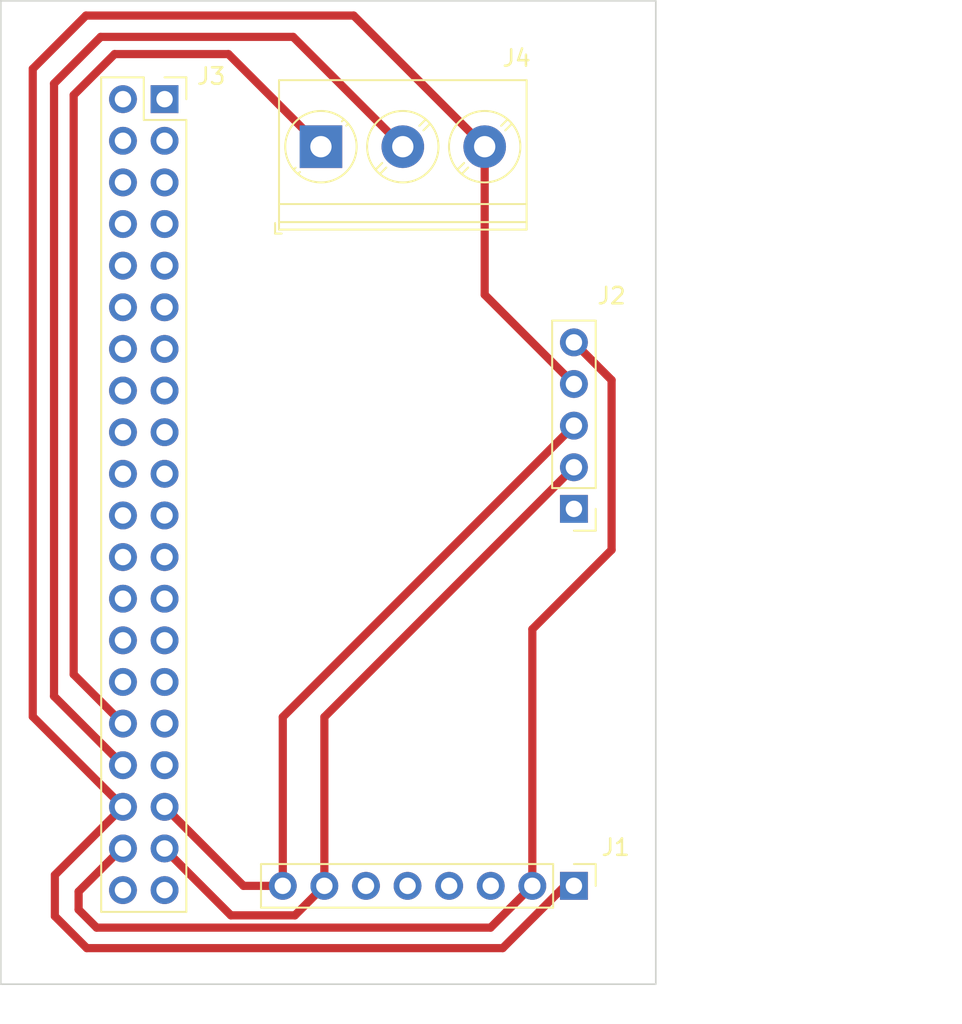
<source format=kicad_pcb>
(kicad_pcb (version 20211014) (generator pcbnew)
  (layers (0 "F.Cu" signal) (31 "B.Cu" signal) (34 "B.Paste" user) (35 "F.Paste" user) (36 "B.SilkS" user "B.Silkscreen") (37 "F.SilkS" user "F.Silkscreen") (38 "B.Mask" user) (39 "F.Mask" user) (44 "Edge.Cuts" user))
  (net 0 "")
  (net 1 "/GND")
  (net 2 "/VIN")
  (net 7 "/SDA")
  (net 8 "/SCL")
  (net 40 "/RX")
  (net 41 "/TX")
  (footprint "Connector_PinSocket_2.54mm:PinSocket_2x20_P2.54mm_Vertical" (layer "F.Cu") (at 160 75)
    (fp_text reference "J3" (at 2.85 -1.4) (layer "F.SilkS"))
    (fp_text value "Conn_02x20_Odd_Even")
    (fp_line (start 0 -1.33) (end 1.33 -1.33) (layer "F.SilkS") (width 0.12))
    (fp_line (start -1.27 -1.33) (end -1.27 1.27) (layer "F.SilkS") (width 0.12))
    (fp_line (start -1.27 1.27) (end 1.33 1.27) (layer "F.SilkS") (width 0.12))
    (fp_line (start -3.87 49.59) (end 1.33 49.59) (layer "F.SilkS") (width 0.12))
    (fp_line (start -3.87 -1.33) (end -1.27 -1.33) (layer "F.SilkS") (width 0.12))
    (fp_line (start 1.33 1.27) (end 1.33 49.59) (layer "F.SilkS") (width 0.12))
    (fp_line (start -3.87 -1.33) (end -3.87 49.59) (layer "F.SilkS") (width 0.12))
    (fp_line (start 1.33 -1.33) (end 1.33 0) (layer "F.SilkS") (width 0.12))
    (pad "1" thru_hole rect (at 0 0) (size 1.7 1.7) (drill 1) (layers *.Cu *.Mask))
    (pad "2" thru_hole oval (at -2.54 0) (size 1.7 1.7) (drill 1) (layers *.Cu *.Mask))
    (pad "3" thru_hole oval (at 0 2.54) (size 1.7 1.7) (drill 1) (layers *.Cu *.Mask))
    (pad "4" thru_hole oval (at -2.54 2.54) (size 1.7 1.7) (drill 1) (layers *.Cu *.Mask))
    (pad "5" thru_hole oval (at 0 5.08) (size 1.7 1.7) (drill 1) (layers *.Cu *.Mask))
    (pad "6" thru_hole oval (at -2.54 5.08) (size 1.7 1.7) (drill 1) (layers *.Cu *.Mask))
    (pad "7" thru_hole oval (at 0 7.62) (size 1.7 1.7) (drill 1) (layers *.Cu *.Mask))
    (pad "8" thru_hole oval (at -2.54 7.62) (size 1.7 1.7) (drill 1) (layers *.Cu *.Mask))
    (pad "9" thru_hole oval (at 0 10.16) (size 1.7 1.7) (drill 1) (layers *.Cu *.Mask))
    (pad "10" thru_hole oval (at -2.54 10.16) (size 1.7 1.7) (drill 1) (layers *.Cu *.Mask))
    (pad "11" thru_hole oval (at 0 12.7) (size 1.7 1.7) (drill 1) (layers *.Cu *.Mask))
    (pad "12" thru_hole oval (at -2.54 12.7) (size 1.7 1.7) (drill 1) (layers *.Cu *.Mask))
    (pad "13" thru_hole oval (at 0 15.24) (size 1.7 1.7) (drill 1) (layers *.Cu *.Mask))
    (pad "14" thru_hole oval (at -2.54 15.24) (size 1.7 1.7) (drill 1) (layers *.Cu *.Mask))
    (pad "15" thru_hole oval (at 0 17.78) (size 1.7 1.7) (drill 1) (layers *.Cu *.Mask))
    (pad "16" thru_hole oval (at -2.54 17.78) (size 1.7 1.7) (drill 1) (layers *.Cu *.Mask))
    (pad "17" thru_hole oval (at 0 20.32) (size 1.7 1.7) (drill 1) (layers *.Cu *.Mask))
    (pad "18" thru_hole oval (at -2.54 20.32) (size 1.7 1.7) (drill 1) (layers *.Cu *.Mask))
    (pad "19" thru_hole oval (at 0 22.86) (size 1.7 1.7) (drill 1) (layers *.Cu *.Mask))
    (pad "20" thru_hole oval (at -2.54 22.86) (size 1.7 1.7) (drill 1) (layers *.Cu *.Mask))
    (pad "21" thru_hole oval (at 0 25.4) (size 1.7 1.7) (drill 1) (layers *.Cu *.Mask))
    (pad "22" thru_hole oval (at -2.54 25.4) (size 1.7 1.7) (drill 1) (layers *.Cu *.Mask))
    (pad "23" thru_hole oval (at 0 27.94) (size 1.7 1.7) (drill 1) (layers *.Cu *.Mask))
    (pad "24" thru_hole oval (at -2.54 27.94) (size 1.7 1.7) (drill 1) (layers *.Cu *.Mask))
    (pad "25" thru_hole oval (at 0 30.48) (size 1.7 1.7) (drill 1) (layers *.Cu *.Mask))
    (pad "26" thru_hole oval (at -2.54 30.48) (size 1.7 1.7) (drill 1) (layers *.Cu *.Mask))
    (pad "27" thru_hole oval (at 0 33.02) (size 1.7 1.7) (drill 1) (layers *.Cu *.Mask))
    (pad "28" thru_hole oval (at -2.54 33.02) (size 1.7 1.7) (drill 1) (layers *.Cu *.Mask))
    (pad "29" thru_hole oval (at 0 35.56) (size 1.7 1.7) (drill 1) (layers *.Cu *.Mask))
    (pad "30" thru_hole oval (at -2.54 35.56) (size 1.7 1.7) (drill 1) (layers *.Cu *.Mask))
    (pad "31" thru_hole oval (at 0 38.1) (size 1.7 1.7) (drill 1) (layers *.Cu *.Mask))
    (pad "32" thru_hole oval (at -2.54 38.1) (size 1.7 1.7) (drill 1) (layers *.Cu *.Mask) (net 40 "/RX"))
    (pad "33" thru_hole oval (at 0 40.64) (size 1.7 1.7) (drill 1) (layers *.Cu *.Mask))
    (pad "34" thru_hole oval (at -2.54 40.64) (size 1.7 1.7) (drill 1) (layers *.Cu *.Mask) (net 41 "/TX"))
    (pad "35" thru_hole oval (at 0 43.18) (size 1.7 1.7) (drill 1) (layers *.Cu *.Mask) (net 8 "/SCL"))
    (pad "36" thru_hole oval (at -2.54 43.18) (size 1.7 1.7) (drill 1) (layers *.Cu *.Mask) (net 1 "/GND"))
    (pad "37" thru_hole oval (at 0 45.72) (size 1.7 1.7) (drill 1) (layers *.Cu *.Mask) (net 7 "/SDA"))
    (pad "38" thru_hole oval (at -2.54 45.72) (size 1.7 1.7) (drill 1) (layers *.Cu *.Mask) (net 2 "/VIN"))
    (pad "39" thru_hole oval (at 0 48.26) (size 1.7 1.7) (drill 1) (layers *.Cu *.Mask))
    (pad "40" thru_hole oval (at -2.54 48.26) (size 1.7 1.7) (drill 1) (layers *.Cu *.Mask))
  )
  (footprint "TerminalBlock_Phoenix:TerminalBlock_Phoenix_PT-1,5-3-5.0-H_1x03_P5.00mm_Horizontal" (layer "F.Cu") (at 169.55 77.9)
    (fp_text reference "J4" (at 11.95 -5.4) (layer "F.SilkS"))
    (fp_text value "Screw_Terminal_01x03")
    (fp_line (start 8.993 1.274) (end 8.613 1.654) (layer "F.SilkS") (width 0.12))
    (fp_line (start 11.388 -1.654) (end 11.008 -1.274) (layer "F.SilkS") (width 0.12))
    (fp_line (start -2.56 -4.06) (end -2.56 5.06) (layer "F.SilkS") (width 0.12))
    (fp_line (start 6.654 -1.388) (end 6.259 -0.992) (layer "F.SilkS") (width 0.12))
    (fp_line (start 11.654 -1.388) (end 11.259 -0.992) (layer "F.SilkS") (width 0.12))
    (fp_line (start 6.388 -1.654) (end 6.008 -1.274) (layer "F.SilkS") (width 0.12))
    (fp_line (start -2.56 3.5) (end 12.56 3.5) (layer "F.SilkS") (width 0.12))
    (fp_line (start 1.388 -1.654) (end 1.281 -1.547) (layer "F.SilkS") (width 0.12))
    (fp_line (start 3.742 0.992) (end 3.347 1.388) (layer "F.SilkS") (width 0.12))
    (fp_line (start 3.993 1.274) (end 3.613 1.654) (layer "F.SilkS") (width 0.12))
    (fp_line (start -1.282 1.547) (end -1.388 1.654) (layer "F.SilkS") (width 0.12))
    (fp_line (start -2.8 4.66) (end -2.8 5.3) (layer "F.SilkS") (width 0.12))
    (fp_line (start -2.56 -4.06) (end 12.56 -4.06) (layer "F.SilkS") (width 0.12))
    (fp_line (start 1.654 -1.388) (end 1.547 -1.281) (layer "F.SilkS") (width 0.12))
    (fp_line (start 12.56 -4.06) (end 12.56 5.06) (layer "F.SilkS") (width 0.12))
    (fp_line (start -2.56 5.06) (end 12.56 5.06) (layer "F.SilkS") (width 0.12))
    (fp_line (start -1.548 1.281) (end -1.654 1.388) (layer "F.SilkS") (width 0.12))
    (fp_line (start -2.8 5.3) (end -2.4 5.3) (layer "F.SilkS") (width 0.12))
    (fp_line (start 8.742 0.992) (end 8.347 1.388) (layer "F.SilkS") (width 0.12))
    (fp_line (start -2.56 4.6) (end 12.56 4.6) (layer "F.SilkS") (width 0.12))
    (fp_circle (center 0 0) (end 2.18 0) (layer "F.SilkS") (width 0.12) (fill none))
    (fp_circle (center 10 0) (end 12.18 0) (layer "F.SilkS") (width 0.12) (fill none))
    (fp_circle (center 5 0) (end 7.18 0) (layer "F.SilkS") (width 0.12) (fill none))
    (pad "1" thru_hole rect (at 0 0) (size 2.6 2.6) (drill 1.3) (layers *.Cu *.Mask) (net 40 "/RX"))
    (pad "2" thru_hole circle (at 5 0) (size 2.6 2.6) (drill 1.3) (layers *.Cu *.Mask) (net 41 "/TX"))
    (pad "3" thru_hole circle (at 10 0) (size 2.6 2.6) (drill 1.3) (layers *.Cu *.Mask) (net 1 "/GND"))
  )
  (footprint "Connector_PinHeader_2.54mm:PinHeader_1x08_P2.54mm_Vertical" (layer "F.Cu") (at 185 123 -90)
    (fp_text reference "J1" (at -2.35 -2.55 180) (layer "F.SilkS"))
    (fp_text value "Conn_01x08_Female")
    (fp_line (start -1.33 1.27) (end 1.33 1.27) (layer "F.SilkS") (width 0.12))
    (fp_line (start 1.33 1.27) (end 1.33 19.11) (layer "F.SilkS") (width 0.12))
    (fp_line (start -1.33 0) (end -1.33 -1.33) (layer "F.SilkS") (width 0.12))
    (fp_line (start -1.33 1.27) (end -1.33 19.11) (layer "F.SilkS") (width 0.12))
    (fp_line (start -1.33 -1.33) (end 0 -1.33) (layer "F.SilkS") (width 0.12))
    (fp_line (start -1.33 19.11) (end 1.33 19.11) (layer "F.SilkS") (width 0.12))
    (pad "1" thru_hole rect (at 0 0 270) (size 1.7 1.7) (drill 1) (layers *.Cu *.Mask) (net 1 "/GND"))
    (pad "2" thru_hole oval (at 0 2.54 270) (size 1.7 1.7) (drill 1) (layers *.Cu *.Mask) (net 2 "/VIN"))
    (pad "3" thru_hole oval (at 0 5.08 270) (size 1.7 1.7) (drill 1) (layers *.Cu *.Mask))
    (pad "4" thru_hole oval (at 0 7.62 270) (size 1.7 1.7) (drill 1) (layers *.Cu *.Mask))
    (pad "5" thru_hole oval (at 0 10.16 270) (size 1.7 1.7) (drill 1) (layers *.Cu *.Mask))
    (pad "6" thru_hole oval (at 0 12.7 270) (size 1.7 1.7) (drill 1) (layers *.Cu *.Mask))
    (pad "7" thru_hole oval (at 0 15.24 270) (size 1.7 1.7) (drill 1) (layers *.Cu *.Mask) (net 7 "/SDA"))
    (pad "8" thru_hole oval (at 0 17.78 270) (size 1.7 1.7) (drill 1) (layers *.Cu *.Mask) (net 8 "/SCL"))
  )
  (footprint "Connector_PinHeader_2.54mm:PinHeader_1x05_P2.54mm_Vertical" (layer "F.Cu") (at 185 100 180)
    (fp_text reference "J2" (at -2.3 13) (layer "F.SilkS"))
    (fp_text value "Conn_01x05_Female")
    (fp_line (start -1.33 -1.33) (end 0 -1.33) (layer "F.SilkS") (width 0.12))
    (fp_line (start 1.33 1.27) (end 1.33 11.49) (layer "F.SilkS") (width 0.12))
    (fp_line (start -1.33 1.27) (end -1.33 11.49) (layer "F.SilkS") (width 0.12))
    (fp_line (start -1.33 0) (end -1.33 -1.33) (layer "F.SilkS") (width 0.12))
    (fp_line (start -1.33 1.27) (end 1.33 1.27) (layer "F.SilkS") (width 0.12))
    (fp_line (start -1.33 11.49) (end 1.33 11.49) (layer "F.SilkS") (width 0.12))
    (pad "1" thru_hole rect (at 0 0 180) (size 1.7 1.7) (drill 1) (layers *.Cu *.Mask))
    (pad "2" thru_hole oval (at 0 2.54 180) (size 1.7 1.7) (drill 1) (layers *.Cu *.Mask) (net 7 "/SDA"))
    (pad "3" thru_hole oval (at 0 5.08 180) (size 1.7 1.7) (drill 1) (layers *.Cu *.Mask) (net 8 "/SCL"))
    (pad "4" thru_hole oval (at 0 7.62 180) (size 1.7 1.7) (drill 1) (layers *.Cu *.Mask) (net 1 "/GND"))
    (pad "5" thru_hole oval (at 0 10.16 180) (size 1.7 1.7) (drill 1) (layers *.Cu *.Mask) (net 2 "/VIN"))
  )
  (gr_rect (start 150 69) (end 190 129) (layer "Edge.Cuts") (width 0.1) (fill none))
  (segment (start 155.2 69.9) (end 151.95 73.15) (width 0.5) (layer "F.Cu") (net 1))
  (segment (start 180.65 126.8) (end 155.25 126.8) (width 0.5) (layer "F.Cu") (net 1))
  (segment (start 185 123) (end 184.45 123) (width 0.5) (layer "F.Cu") (net 1))
  (segment (start 179.55 77.9) (end 179.55 86.93) (width 0.5) (layer "F.Cu") (net 1))
  (segment (start 153.3 122.34) (end 157.46 118.18) (width 0.5) (layer "F.Cu") (net 1))
  (segment (start 171.55 69.9) (end 155.2 69.9) (width 0.5) (layer "F.Cu") (net 1))
  (segment (start 153.3 124.85) (end 153.3 122.34) (width 0.5) (layer "F.Cu") (net 1))
  (segment (start 151.95 73.15) (end 151.95 112.67) (width 0.5) (layer "F.Cu") (net 1))
  (segment (start 151.95 112.67) (end 157.46 118.18) (width 0.5) (layer "F.Cu") (net 1))
  (segment (start 179.55 86.93) (end 185 92.38) (width 0.5) (layer "F.Cu") (net 1))
  (segment (start 184.45 123) (end 180.65 126.8) (width 0.5) (layer "F.Cu") (net 1))
  (segment (start 155.25 126.8) (end 153.3 124.85) (width 0.5) (layer "F.Cu") (net 1))
  (segment (start 179.55 77.9) (end 171.55 69.9) (width 0.5) (layer "F.Cu") (net 1))
  (segment (start 157.46 120.72) (end 157.38 120.72) (width 0.5) (layer "F.Cu") (net 2))
  (segment (start 182.46 123) (end 182.46 107.34) (width 0.5) (layer "F.Cu") (net 2))
  (segment (start 154.75 124.45) (end 155.85 125.55) (width 0.5) (layer "F.Cu") (net 2))
  (segment (start 182.46 107.34) (end 187.3 102.5) (width 0.5) (layer "F.Cu") (net 2))
  (segment (start 187.3 92.14) (end 185 89.84) (width 0.5) (layer "F.Cu") (net 2))
  (segment (start 155.85 125.55) (end 179.91 125.55) (width 0.5) (layer "F.Cu") (net 2))
  (segment (start 187.3 102.5) (end 187.3 92.14) (width 0.5) (layer "F.Cu") (net 2))
  (segment (start 179.91 125.55) (end 182.46 123) (width 0.5) (layer "F.Cu") (net 2))
  (segment (start 157.38 120.72) (end 154.75 123.35) (width 0.5) (layer "F.Cu") (net 2))
  (segment (start 154.75 123.35) (end 154.75 124.45) (width 0.5) (layer "F.Cu") (net 2))
  (segment (start 169.76 123) (end 169.76 112.7) (width 0.5) (layer "F.Cu") (net 7))
  (segment (start 169.76 112.7) (end 185 97.46) (width 0.5) (layer "F.Cu") (net 7))
  (segment (start 160 120.75) (end 164.05 124.8) (width 0.5) (layer "F.Cu") (net 7))
  (segment (start 164.05 124.8) (end 167.96 124.8) (width 0.5) (layer "F.Cu") (net 7))
  (segment (start 160 120.72) (end 160 120.75) (width 0.5) (layer "F.Cu") (net 7))
  (segment (start 167.96 124.8) (end 169.76 123) (width 0.5) (layer "F.Cu") (net 7))
  (segment (start 167.22 123) (end 167.22 112.7) (width 0.5) (layer "F.Cu") (net 8))
  (segment (start 160 118.18) (end 164.82 123) (width 0.5) (layer "F.Cu") (net 8))
  (segment (start 167.22 112.7) (end 185 94.92) (width 0.5) (layer "F.Cu") (net 8))
  (segment (start 164.82 123) (end 167.22 123) (width 0.5) (layer "F.Cu") (net 8))
  (segment (start 163.9 72.25) (end 169.55 77.9) (width 0.5) (layer "F.Cu") (net 40))
  (segment (start 156.95 72.25) (end 163.9 72.25) (width 0.5) (layer "F.Cu") (net 40))
  (segment (start 157.45 113.1) (end 154.45 110.1) (width 0.5) (layer "F.Cu") (net 40))
  (segment (start 157.46 113.1) (end 157.45 113.1) (width 0.5) (layer "F.Cu") (net 40))
  (segment (start 154.45 74.75) (end 156.95 72.25) (width 0.5) (layer "F.Cu") (net 40))
  (segment (start 154.45 110.1) (end 154.45 74.75) (width 0.5) (layer "F.Cu") (net 40))
  (segment (start 156.1 71.2) (end 167.85 71.2) (width 0.5) (layer "F.Cu") (net 41))
  (segment (start 153.25 74.05) (end 156.1 71.2) (width 0.5) (layer "F.Cu") (net 41))
  (segment (start 157.46 115.64) (end 153.25 111.43) (width 0.5) (layer "F.Cu") (net 41))
  (segment (start 153.25 111.43) (end 153.25 74.05) (width 0.5) (layer "F.Cu") (net 41))
  (segment (start 167.85 71.2) (end 174.55 77.9) (width 0.5) (layer "F.Cu") (net 41))
)
</source>
